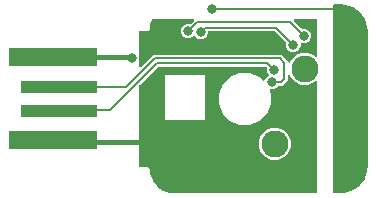
<source format=gbr>
G04 EAGLE Gerber RS-274X export*
G75*
%MOMM*%
%FSLAX34Y34*%
%LPD*%
%INBottom Copper*%
%IPPOS*%
%AMOC8*
5,1,8,0,0,1.08239X$1,22.5*%
G01*
%ADD10R,7.500000X1.500000*%
%ADD11R,6.500000X1.000000*%
%ADD12C,2.286000*%
%ADD13C,0.800100*%
%ADD14C,0.406400*%
%ADD15C,0.203200*%

G36*
X269933Y-80001D02*
X269933Y-80001D01*
X269991Y-80003D01*
X270073Y-79981D01*
X270157Y-79969D01*
X270210Y-79946D01*
X270266Y-79931D01*
X270339Y-79888D01*
X270416Y-79853D01*
X270461Y-79815D01*
X270511Y-79786D01*
X270569Y-79724D01*
X270633Y-79670D01*
X270665Y-79621D01*
X270705Y-79578D01*
X270744Y-79503D01*
X270791Y-79433D01*
X270808Y-79377D01*
X270835Y-79325D01*
X270846Y-79257D01*
X270876Y-79162D01*
X270879Y-79062D01*
X270890Y-78994D01*
X270890Y14450D01*
X270886Y14479D01*
X270889Y14508D01*
X270866Y14619D01*
X270850Y14732D01*
X270838Y14758D01*
X270833Y14787D01*
X270781Y14888D01*
X270734Y14991D01*
X270715Y15013D01*
X270702Y15039D01*
X270624Y15121D01*
X270551Y15208D01*
X270526Y15224D01*
X270506Y15245D01*
X270408Y15303D01*
X270314Y15366D01*
X270286Y15374D01*
X270261Y15389D01*
X270151Y15417D01*
X270043Y15451D01*
X270013Y15452D01*
X269985Y15459D01*
X269872Y15456D01*
X269759Y15459D01*
X269730Y15451D01*
X269701Y15450D01*
X269593Y15415D01*
X269484Y15387D01*
X269458Y15372D01*
X269430Y15363D01*
X269367Y15317D01*
X269239Y15242D01*
X269196Y15196D01*
X269157Y15168D01*
X267976Y13987D01*
X263028Y11937D01*
X257672Y11937D01*
X252724Y13987D01*
X248937Y17774D01*
X248207Y19536D01*
X248163Y19610D01*
X248128Y19688D01*
X248091Y19732D01*
X248062Y19781D01*
X248000Y19840D01*
X247944Y19905D01*
X247897Y19937D01*
X247856Y19976D01*
X247779Y20015D01*
X247708Y20063D01*
X247654Y20080D01*
X247603Y20106D01*
X247519Y20123D01*
X247437Y20149D01*
X247380Y20150D01*
X247324Y20161D01*
X247239Y20154D01*
X247153Y20156D01*
X247098Y20142D01*
X247041Y20137D01*
X246961Y20106D01*
X246878Y20084D01*
X246829Y20055D01*
X246776Y20035D01*
X246707Y19983D01*
X246633Y19939D01*
X246594Y19898D01*
X246549Y19863D01*
X246497Y19794D01*
X246439Y19732D01*
X246413Y19681D01*
X246379Y19636D01*
X246348Y19555D01*
X246309Y19479D01*
X246301Y19430D01*
X246278Y19370D01*
X246267Y19225D01*
X246254Y19148D01*
X246254Y15882D01*
X241291Y10920D01*
X238313Y10920D01*
X238226Y10907D01*
X238138Y10905D01*
X238086Y10888D01*
X238031Y10880D01*
X237951Y10844D01*
X237868Y10817D01*
X237829Y10789D01*
X237772Y10764D01*
X237658Y10668D01*
X237595Y10622D01*
X235826Y8854D01*
X233609Y7935D01*
X231639Y7935D01*
X231525Y7919D01*
X231411Y7909D01*
X231385Y7899D01*
X231358Y7895D01*
X231253Y7848D01*
X231146Y7807D01*
X231124Y7790D01*
X231098Y7779D01*
X231011Y7705D01*
X230919Y7636D01*
X230903Y7613D01*
X230881Y7595D01*
X230818Y7500D01*
X230749Y7408D01*
X230739Y7382D01*
X230724Y7359D01*
X230689Y7249D01*
X230649Y7142D01*
X230646Y7114D01*
X230638Y7088D01*
X230635Y6973D01*
X230626Y6859D01*
X230631Y6834D01*
X230631Y6804D01*
X230698Y6547D01*
X230701Y6531D01*
X231591Y4384D01*
X231591Y-4384D01*
X228235Y-12485D01*
X222035Y-18685D01*
X213934Y-22041D01*
X205166Y-22041D01*
X197065Y-18685D01*
X190865Y-12485D01*
X187509Y-4384D01*
X187509Y4384D01*
X190865Y12485D01*
X197065Y18685D01*
X205166Y22041D01*
X213934Y22041D01*
X222035Y18685D01*
X225060Y15661D01*
X225151Y15592D01*
X225239Y15518D01*
X225265Y15506D01*
X225287Y15490D01*
X225394Y15449D01*
X225499Y15402D01*
X225527Y15398D01*
X225552Y15389D01*
X225667Y15379D01*
X225781Y15363D01*
X225808Y15367D01*
X225836Y15365D01*
X225948Y15388D01*
X226062Y15404D01*
X226087Y15415D01*
X226115Y15421D01*
X226217Y15474D01*
X226321Y15521D01*
X226342Y15539D01*
X226367Y15552D01*
X226450Y15631D01*
X226538Y15705D01*
X226551Y15727D01*
X226573Y15748D01*
X226707Y15977D01*
X226715Y15990D01*
X227294Y17386D01*
X228991Y19083D01*
X229336Y19226D01*
X229435Y19284D01*
X229537Y19338D01*
X229557Y19357D01*
X229581Y19371D01*
X229660Y19454D01*
X229743Y19533D01*
X229757Y19557D01*
X229776Y19577D01*
X229829Y19679D01*
X229887Y19779D01*
X229894Y19806D01*
X229906Y19830D01*
X229929Y19943D01*
X229957Y20054D01*
X229956Y20082D01*
X229962Y20109D01*
X229952Y20223D01*
X229948Y20338D01*
X229939Y20365D01*
X229937Y20392D01*
X229896Y20499D01*
X229861Y20609D01*
X229846Y20629D01*
X229835Y20658D01*
X229675Y20869D01*
X229666Y20882D01*
X229200Y21347D01*
X228282Y23565D01*
X228282Y26066D01*
X228270Y26153D01*
X228267Y26240D01*
X228250Y26293D01*
X228242Y26348D01*
X228206Y26427D01*
X228179Y26511D01*
X228151Y26550D01*
X228126Y26607D01*
X228030Y26720D01*
X227985Y26784D01*
X227889Y26880D01*
X227819Y26932D01*
X227755Y26992D01*
X227706Y27018D01*
X227662Y27051D01*
X227580Y27082D01*
X227502Y27122D01*
X227454Y27130D01*
X227396Y27152D01*
X227248Y27164D01*
X227171Y27177D01*
X136717Y27177D01*
X136630Y27165D01*
X136543Y27162D01*
X136490Y27145D01*
X136435Y27137D01*
X136355Y27102D01*
X136272Y27075D01*
X136233Y27047D01*
X136176Y27021D01*
X136063Y26925D01*
X135999Y26880D01*
X120567Y11448D01*
X120515Y11378D01*
X120455Y11314D01*
X120429Y11265D01*
X120396Y11221D01*
X120365Y11139D01*
X120325Y11061D01*
X120317Y11014D01*
X120295Y10955D01*
X120283Y10808D01*
X120270Y10730D01*
X120270Y-56769D01*
X120278Y-56827D01*
X120276Y-56885D01*
X120298Y-56967D01*
X120310Y-57051D01*
X120334Y-57104D01*
X120348Y-57160D01*
X120391Y-57233D01*
X120426Y-57310D01*
X120464Y-57355D01*
X120494Y-57405D01*
X120555Y-57463D01*
X120610Y-57527D01*
X120658Y-57559D01*
X120701Y-57599D01*
X120776Y-57638D01*
X120846Y-57685D01*
X120902Y-57702D01*
X120954Y-57729D01*
X121022Y-57740D01*
X121117Y-57770D01*
X121217Y-57773D01*
X121285Y-57784D01*
X128052Y-57784D01*
X129541Y-59273D01*
X129541Y-60325D01*
X129547Y-60369D01*
X129544Y-60405D01*
X129774Y-63325D01*
X129809Y-63484D01*
X129820Y-63559D01*
X131625Y-69114D01*
X131750Y-69370D01*
X131763Y-69384D01*
X131769Y-69397D01*
X135203Y-74123D01*
X135400Y-74327D01*
X135416Y-74336D01*
X135427Y-74347D01*
X140153Y-77781D01*
X140404Y-77914D01*
X140420Y-77917D01*
X140432Y-77923D01*
X140433Y-77924D01*
X140436Y-77925D01*
X145991Y-79730D01*
X146151Y-79758D01*
X146225Y-79776D01*
X149145Y-80006D01*
X149190Y-80003D01*
X149225Y-80009D01*
X269875Y-80009D01*
X269933Y-80001D01*
G37*
G36*
X290852Y-80007D02*
X290852Y-80007D01*
X290930Y-80005D01*
X294307Y-79740D01*
X294375Y-79726D01*
X294444Y-79721D01*
X294600Y-79681D01*
X301024Y-77594D01*
X301131Y-77544D01*
X301242Y-77500D01*
X301293Y-77467D01*
X301312Y-77459D01*
X301327Y-77446D01*
X301378Y-77414D01*
X306842Y-73443D01*
X306929Y-73362D01*
X306976Y-73323D01*
X306982Y-73319D01*
X306983Y-73318D01*
X307021Y-73286D01*
X307059Y-73240D01*
X307074Y-73226D01*
X307085Y-73208D01*
X307123Y-73162D01*
X311094Y-67698D01*
X311151Y-67594D01*
X311215Y-67494D01*
X311237Y-67437D01*
X311247Y-67419D01*
X311252Y-67399D01*
X311274Y-67344D01*
X313361Y-60920D01*
X313374Y-60852D01*
X313397Y-60786D01*
X313420Y-60627D01*
X313685Y-57250D01*
X313685Y-57246D01*
X313686Y-57243D01*
X313685Y-57224D01*
X313689Y-57150D01*
X313689Y57150D01*
X313687Y57172D01*
X313685Y57250D01*
X313420Y60627D01*
X313406Y60695D01*
X313401Y60764D01*
X313361Y60920D01*
X311274Y67344D01*
X311224Y67451D01*
X311180Y67562D01*
X311147Y67613D01*
X311139Y67632D01*
X311126Y67647D01*
X311094Y67698D01*
X307123Y73162D01*
X307042Y73249D01*
X306966Y73341D01*
X306920Y73379D01*
X306906Y73394D01*
X306888Y73405D01*
X306842Y73443D01*
X301378Y77414D01*
X301274Y77471D01*
X301174Y77535D01*
X301117Y77557D01*
X301099Y77567D01*
X301079Y77572D01*
X301024Y77594D01*
X294600Y79681D01*
X294532Y79694D01*
X294466Y79717D01*
X294307Y79740D01*
X290930Y80005D01*
X290908Y80004D01*
X290830Y80009D01*
X285750Y80009D01*
X285632Y79994D01*
X285513Y79987D01*
X285475Y79974D01*
X285434Y79969D01*
X285324Y79926D01*
X285211Y79889D01*
X285176Y79867D01*
X285139Y79852D01*
X285043Y79783D01*
X284942Y79719D01*
X284914Y79689D01*
X284881Y79666D01*
X284806Y79574D01*
X284724Y79487D01*
X284704Y79452D01*
X284679Y79421D01*
X284628Y79313D01*
X284570Y79209D01*
X284560Y79169D01*
X284543Y79133D01*
X284521Y79016D01*
X284491Y78901D01*
X284487Y78841D01*
X284483Y78821D01*
X284485Y78800D01*
X284481Y78740D01*
X284481Y-78740D01*
X284496Y-78858D01*
X284503Y-78977D01*
X284516Y-79015D01*
X284521Y-79056D01*
X284564Y-79166D01*
X284601Y-79279D01*
X284623Y-79314D01*
X284638Y-79351D01*
X284708Y-79447D01*
X284771Y-79548D01*
X284801Y-79576D01*
X284824Y-79609D01*
X284916Y-79685D01*
X285003Y-79766D01*
X285038Y-79786D01*
X285069Y-79811D01*
X285177Y-79862D01*
X285281Y-79920D01*
X285321Y-79930D01*
X285357Y-79947D01*
X285474Y-79969D01*
X285589Y-79999D01*
X285650Y-80003D01*
X285670Y-80007D01*
X285690Y-80005D01*
X285750Y-80009D01*
X290830Y-80009D01*
X290852Y-80007D01*
G37*
G36*
X121288Y26967D02*
X121288Y26967D01*
X121401Y26964D01*
X121430Y26971D01*
X121459Y26972D01*
X121567Y27007D01*
X121676Y27036D01*
X121702Y27051D01*
X121730Y27060D01*
X121793Y27105D01*
X121921Y27181D01*
X121964Y27226D01*
X122003Y27254D01*
X132087Y37339D01*
X240658Y37339D01*
X246254Y31743D01*
X246254Y31652D01*
X246262Y31597D01*
X246260Y31552D01*
X246267Y31527D01*
X246268Y31481D01*
X246286Y31427D01*
X246294Y31371D01*
X246327Y31295D01*
X246332Y31277D01*
X246335Y31272D01*
X246355Y31211D01*
X246387Y31163D01*
X246410Y31112D01*
X246465Y31046D01*
X246513Y30975D01*
X246557Y30938D01*
X246593Y30895D01*
X246665Y30847D01*
X246731Y30792D01*
X246783Y30768D01*
X246830Y30737D01*
X246912Y30711D01*
X246991Y30676D01*
X247047Y30668D01*
X247101Y30651D01*
X247187Y30649D01*
X247272Y30637D01*
X247328Y30645D01*
X247385Y30644D01*
X247468Y30666D01*
X247554Y30678D01*
X247605Y30701D01*
X247660Y30716D01*
X247734Y30760D01*
X247813Y30795D01*
X247856Y30832D01*
X247905Y30861D01*
X247964Y30924D01*
X248029Y30979D01*
X248055Y31021D01*
X248099Y31068D01*
X248151Y31169D01*
X248191Y31229D01*
X248197Y31248D01*
X248207Y31264D01*
X248937Y33026D01*
X252724Y36813D01*
X257672Y38863D01*
X263028Y38863D01*
X267976Y36813D01*
X269157Y35632D01*
X269181Y35615D01*
X269200Y35592D01*
X269294Y35529D01*
X269384Y35461D01*
X269412Y35451D01*
X269436Y35434D01*
X269544Y35400D01*
X269650Y35360D01*
X269679Y35358D01*
X269707Y35349D01*
X269821Y35346D01*
X269933Y35336D01*
X269962Y35342D01*
X269991Y35341D01*
X270101Y35370D01*
X270212Y35392D01*
X270238Y35406D01*
X270266Y35413D01*
X270364Y35471D01*
X270464Y35523D01*
X270486Y35543D01*
X270511Y35558D01*
X270588Y35641D01*
X270670Y35719D01*
X270685Y35744D01*
X270705Y35766D01*
X270757Y35867D01*
X270814Y35964D01*
X270821Y35993D01*
X270835Y36019D01*
X270848Y36096D01*
X270884Y36240D01*
X270882Y36302D01*
X270890Y36350D01*
X270890Y66675D01*
X270882Y66733D01*
X270884Y66791D01*
X270862Y66873D01*
X270850Y66957D01*
X270827Y67010D01*
X270812Y67066D01*
X270769Y67139D01*
X270734Y67216D01*
X270696Y67261D01*
X270667Y67311D01*
X270605Y67369D01*
X270551Y67433D01*
X270502Y67465D01*
X270459Y67505D01*
X270384Y67544D01*
X270314Y67591D01*
X270258Y67608D01*
X270206Y67635D01*
X270138Y67646D01*
X270043Y67676D01*
X269943Y67679D01*
X269875Y67690D01*
X252127Y67690D01*
X252098Y67686D01*
X252069Y67689D01*
X251958Y67666D01*
X251846Y67650D01*
X251819Y67638D01*
X251790Y67633D01*
X251690Y67581D01*
X251586Y67534D01*
X251564Y67515D01*
X251538Y67502D01*
X251456Y67424D01*
X251369Y67351D01*
X251353Y67326D01*
X251332Y67306D01*
X251275Y67208D01*
X251212Y67114D01*
X251203Y67086D01*
X251188Y67061D01*
X251160Y66951D01*
X251126Y66843D01*
X251125Y66813D01*
X251118Y66785D01*
X251122Y66672D01*
X251119Y66559D01*
X251126Y66530D01*
X251127Y66501D01*
X251162Y66393D01*
X251191Y66284D01*
X251206Y66258D01*
X251215Y66230D01*
X251260Y66167D01*
X251336Y66039D01*
X251382Y65996D01*
X251409Y65957D01*
X257696Y59671D01*
X257766Y59618D01*
X257830Y59558D01*
X257879Y59533D01*
X257923Y59500D01*
X258005Y59469D01*
X258083Y59429D01*
X258130Y59421D01*
X258189Y59398D01*
X258337Y59386D01*
X258414Y59373D01*
X260915Y59373D01*
X263133Y58455D01*
X264830Y56758D01*
X265748Y54540D01*
X265748Y52140D01*
X264830Y49922D01*
X263133Y48225D01*
X260915Y47307D01*
X258515Y47307D01*
X258262Y47412D01*
X258151Y47440D01*
X258041Y47475D01*
X258014Y47476D01*
X257987Y47482D01*
X257872Y47479D01*
X257757Y47482D01*
X257730Y47475D01*
X257703Y47474D01*
X257593Y47439D01*
X257482Y47410D01*
X257458Y47396D01*
X257432Y47388D01*
X257336Y47324D01*
X257238Y47265D01*
X257219Y47245D01*
X257196Y47229D01*
X257122Y47142D01*
X257043Y47058D01*
X257031Y47033D01*
X257013Y47012D01*
X256966Y46907D01*
X256914Y46805D01*
X256910Y46780D01*
X256897Y46752D01*
X256861Y46488D01*
X256858Y46474D01*
X256858Y44647D01*
X255940Y42429D01*
X254243Y40732D01*
X252025Y39814D01*
X249625Y39814D01*
X247407Y40732D01*
X245710Y42429D01*
X244792Y44647D01*
X244792Y47148D01*
X244780Y47235D01*
X244777Y47322D01*
X244760Y47375D01*
X244752Y47430D01*
X244716Y47509D01*
X244689Y47593D01*
X244661Y47632D01*
X244636Y47689D01*
X244540Y47802D01*
X244494Y47866D01*
X235382Y56979D01*
X235312Y57031D01*
X235248Y57091D01*
X235198Y57117D01*
X235154Y57150D01*
X235073Y57181D01*
X234995Y57221D01*
X234947Y57229D01*
X234889Y57251D01*
X234741Y57263D01*
X234664Y57276D01*
X179260Y57276D01*
X179203Y57268D01*
X179144Y57270D01*
X179063Y57248D01*
X178979Y57236D01*
X178926Y57213D01*
X178869Y57198D01*
X178797Y57155D01*
X178720Y57120D01*
X178675Y57082D01*
X178625Y57053D01*
X178567Y56991D01*
X178503Y56937D01*
X178470Y56888D01*
X178430Y56845D01*
X178392Y56770D01*
X178345Y56700D01*
X178327Y56644D01*
X178301Y56592D01*
X178289Y56524D01*
X178259Y56429D01*
X178257Y56329D01*
X178245Y56261D01*
X178245Y55315D01*
X177327Y53097D01*
X175630Y51400D01*
X173412Y50482D01*
X171012Y50482D01*
X168794Y51400D01*
X167469Y52726D01*
X167422Y52761D01*
X167382Y52803D01*
X167309Y52846D01*
X167242Y52897D01*
X167187Y52918D01*
X167137Y52947D01*
X167055Y52968D01*
X166976Y52998D01*
X166918Y53003D01*
X166861Y53017D01*
X166777Y53015D01*
X166693Y53022D01*
X166635Y53010D01*
X166577Y53008D01*
X166497Y52982D01*
X166414Y52966D01*
X166362Y52939D01*
X166306Y52921D01*
X166250Y52881D01*
X166162Y52835D01*
X166089Y52766D01*
X166033Y52726D01*
X165343Y52035D01*
X163125Y51117D01*
X160725Y51117D01*
X158507Y52035D01*
X156810Y53732D01*
X155892Y55950D01*
X155892Y58350D01*
X156810Y60568D01*
X158507Y62265D01*
X160725Y63183D01*
X163226Y63183D01*
X163313Y63195D01*
X163400Y63198D01*
X163453Y63215D01*
X163508Y63223D01*
X163587Y63259D01*
X163671Y63286D01*
X163710Y63314D01*
X163767Y63339D01*
X163880Y63435D01*
X163944Y63481D01*
X166421Y65957D01*
X166438Y65981D01*
X166461Y66000D01*
X166524Y66094D01*
X166591Y66184D01*
X166602Y66212D01*
X166618Y66236D01*
X166652Y66344D01*
X166693Y66450D01*
X166695Y66479D01*
X166704Y66507D01*
X166707Y66621D01*
X166716Y66733D01*
X166710Y66762D01*
X166711Y66791D01*
X166683Y66901D01*
X166660Y67012D01*
X166647Y67038D01*
X166639Y67066D01*
X166582Y67164D01*
X166529Y67264D01*
X166509Y67286D01*
X166494Y67311D01*
X166412Y67388D01*
X166334Y67470D01*
X166308Y67485D01*
X166287Y67505D01*
X166186Y67557D01*
X166088Y67614D01*
X166060Y67621D01*
X166034Y67635D01*
X165956Y67648D01*
X165813Y67684D01*
X165750Y67682D01*
X165703Y67690D01*
X131900Y67690D01*
X131859Y67684D01*
X131817Y67687D01*
X131719Y67665D01*
X131619Y67650D01*
X131581Y67633D01*
X131540Y67624D01*
X131451Y67576D01*
X131359Y67534D01*
X131327Y67507D01*
X131291Y67487D01*
X131219Y67416D01*
X131142Y67351D01*
X131119Y67316D01*
X131090Y67286D01*
X131054Y67218D01*
X130985Y67114D01*
X130961Y67040D01*
X130935Y66989D01*
X129820Y63559D01*
X129792Y63399D01*
X129774Y63325D01*
X129544Y60405D01*
X129547Y60360D01*
X129541Y60325D01*
X129541Y59273D01*
X128052Y57784D01*
X121285Y57784D01*
X121227Y57776D01*
X121169Y57778D01*
X121087Y57756D01*
X121004Y57744D01*
X120950Y57721D01*
X120894Y57706D01*
X120821Y57663D01*
X120744Y57628D01*
X120699Y57590D01*
X120649Y57561D01*
X120591Y57499D01*
X120527Y57445D01*
X120495Y57396D01*
X120455Y57353D01*
X120416Y57278D01*
X120370Y57208D01*
X120352Y57152D01*
X120325Y57100D01*
X120314Y57032D01*
X120284Y56937D01*
X120281Y56837D01*
X120270Y56769D01*
X120270Y35845D01*
X120274Y35815D01*
X120272Y35784D01*
X120289Y35707D01*
X120310Y35564D01*
X120333Y35511D01*
X120333Y33081D01*
X120325Y33066D01*
X120312Y32988D01*
X120276Y32848D01*
X120278Y32784D01*
X120270Y32735D01*
X120270Y27972D01*
X120274Y27943D01*
X120271Y27914D01*
X120294Y27803D01*
X120310Y27691D01*
X120322Y27664D01*
X120327Y27635D01*
X120380Y27535D01*
X120426Y27431D01*
X120445Y27409D01*
X120458Y27383D01*
X120536Y27301D01*
X120610Y27214D01*
X120634Y27198D01*
X120654Y27177D01*
X120752Y27120D01*
X120846Y27057D01*
X120874Y27048D01*
X120899Y27033D01*
X121009Y27005D01*
X121117Y26971D01*
X121147Y26970D01*
X121175Y26963D01*
X121288Y26967D01*
G37*
%LPC*%
G36*
X142385Y-17731D02*
X142385Y-17731D01*
X142384Y-17730D01*
X142384Y20270D01*
X142385Y20271D01*
X176385Y20271D01*
X176386Y20270D01*
X176386Y-17730D01*
X176385Y-17731D01*
X142385Y-17731D01*
G37*
%LPD*%
%LPC*%
G36*
X232272Y-51563D02*
X232272Y-51563D01*
X227324Y-49513D01*
X223537Y-45726D01*
X221487Y-40778D01*
X221487Y-35422D01*
X223537Y-30474D01*
X227324Y-26687D01*
X232272Y-24637D01*
X237628Y-24637D01*
X242576Y-26687D01*
X246363Y-30474D01*
X248413Y-35422D01*
X248413Y-40778D01*
X246363Y-45726D01*
X242576Y-49513D01*
X237628Y-51563D01*
X232272Y-51563D01*
G37*
%LPD*%
D10*
X47530Y35000D03*
D11*
X52530Y10000D03*
X52530Y-10000D03*
D10*
X47530Y-35000D03*
D12*
X234950Y-38100D03*
X260350Y25400D03*
D13*
X132715Y-36195D03*
D14*
X47530Y-36195D02*
X47530Y-35000D01*
X47530Y-36195D02*
X132715Y-36195D01*
D13*
X208915Y50800D03*
X136525Y62865D03*
X140335Y43180D03*
X170815Y-38100D03*
X232408Y13968D03*
D15*
X109060Y10000D02*
X52530Y10000D01*
X133350Y34290D02*
X239395Y34290D01*
X243205Y30480D01*
X243205Y17145D01*
X240028Y13968D01*
X232408Y13968D01*
X133350Y34290D02*
X109060Y10000D01*
D13*
X234315Y24765D03*
D15*
X228854Y30226D01*
X66675Y-9525D02*
X66040Y-8890D01*
X53640Y-8890D01*
X52530Y-10000D01*
X135033Y30226D02*
X228854Y30226D01*
X135033Y30226D02*
X95282Y-9525D01*
X66675Y-9525D01*
D14*
X47530Y35000D02*
X113590Y35000D01*
X114300Y34290D01*
D13*
X114300Y34290D03*
X259715Y53340D03*
D15*
X248285Y64770D01*
X169545Y64770D02*
X161925Y57150D01*
X169545Y64770D02*
X248285Y64770D01*
D13*
X161925Y57150D03*
X172212Y56515D03*
D15*
X236347Y60325D02*
X250825Y45847D01*
D13*
X250825Y45847D03*
D15*
X236347Y60325D02*
X176022Y60325D01*
X172212Y56515D01*
D13*
X182245Y76010D03*
D15*
X288481Y76010D01*
X299085Y65405D01*
X299085Y38100D01*
D13*
X299085Y38100D03*
X299085Y-38100D03*
X299085Y-63500D03*
X299085Y63500D03*
M02*

</source>
